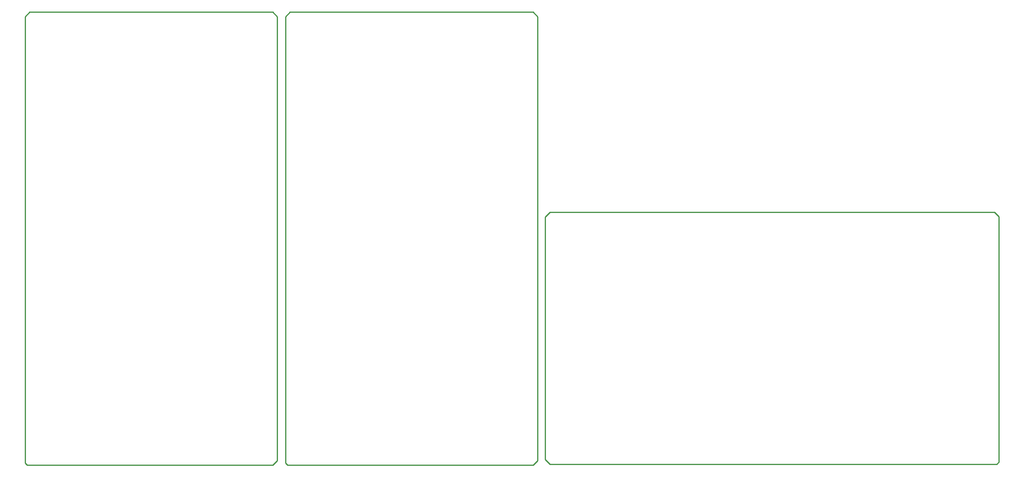
<source format=gko>
G04 Layer_Color=16711935*
%FSLAX44Y44*%
%MOMM*%
G71*
G01*
G75*
%ADD343C,0.2540*%
D343*
X351560Y257890D02*
X356060Y253390D01*
X877060D01*
X886560Y262890D01*
Y1205390D01*
X876560Y1215390D01*
X361560D01*
X351560Y1205390D01*
Y257890D01*
X903560D02*
X908060Y253390D01*
X1429060D01*
X1438560Y262890D01*
Y1205390D01*
X1428560Y1215390D01*
X913560D01*
X903560Y1205390D01*
Y257890D01*
X1454310Y265270D02*
Y780270D01*
X1464310Y790270D01*
X2406810D01*
X2416310Y780770D01*
Y259770D01*
X2411810Y255270D01*
X1464310D01*
X1454310Y265270D01*
M02*

</source>
